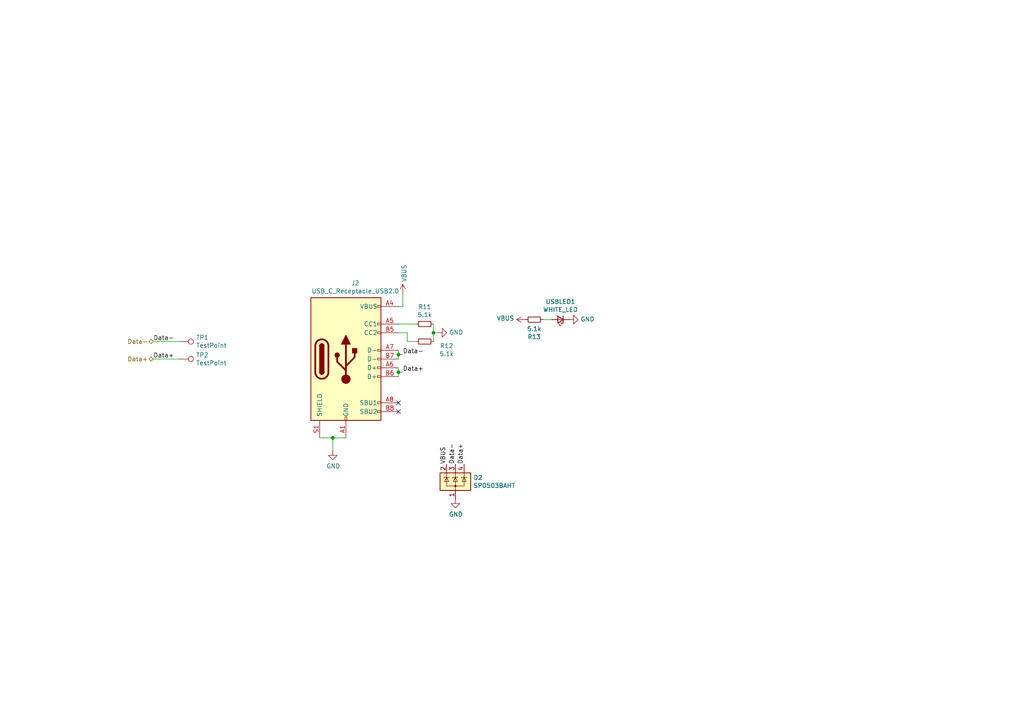
<source format=kicad_sch>
(kicad_sch (version 20230121) (generator eeschema)

  (uuid 922058ca-d09a-45fd-8394-05f3e2c1e03a)

  (paper "A4")

  (lib_symbols
    (symbol "Connector:TestPoint" (pin_numbers hide) (pin_names (offset 0.762) hide) (in_bom yes) (on_board yes)
      (property "Reference" "TP" (at 0 6.858 0)
        (effects (font (size 1.27 1.27)))
      )
      (property "Value" "TestPoint" (at 0 5.08 0)
        (effects (font (size 1.27 1.27)))
      )
      (property "Footprint" "" (at 5.08 0 0)
        (effects (font (size 1.27 1.27)) hide)
      )
      (property "Datasheet" "~" (at 5.08 0 0)
        (effects (font (size 1.27 1.27)) hide)
      )
      (property "ki_keywords" "test point tp" (at 0 0 0)
        (effects (font (size 1.27 1.27)) hide)
      )
      (property "ki_description" "test point" (at 0 0 0)
        (effects (font (size 1.27 1.27)) hide)
      )
      (property "ki_fp_filters" "Pin* Test*" (at 0 0 0)
        (effects (font (size 1.27 1.27)) hide)
      )
      (symbol "TestPoint_0_1"
        (circle (center 0 3.302) (radius 0.762)
          (stroke (width 0) (type default))
          (fill (type none))
        )
      )
      (symbol "TestPoint_1_1"
        (pin passive line (at 0 0 90) (length 2.54)
          (name "1" (effects (font (size 1.27 1.27))))
          (number "1" (effects (font (size 1.27 1.27))))
        )
      )
    )
    (symbol "Connector:USB_C_Receptacle_USB2.0" (pin_names (offset 1.016)) (in_bom yes) (on_board yes)
      (property "Reference" "J" (at -10.16 19.05 0)
        (effects (font (size 1.27 1.27)) (justify left))
      )
      (property "Value" "USB_C_Receptacle_USB2.0" (at 19.05 19.05 0)
        (effects (font (size 1.27 1.27)) (justify right))
      )
      (property "Footprint" "" (at 3.81 0 0)
        (effects (font (size 1.27 1.27)) hide)
      )
      (property "Datasheet" "https://www.usb.org/sites/default/files/documents/usb_type-c.zip" (at 3.81 0 0)
        (effects (font (size 1.27 1.27)) hide)
      )
      (property "ki_keywords" "usb universal serial bus type-C USB2.0" (at 0 0 0)
        (effects (font (size 1.27 1.27)) hide)
      )
      (property "ki_description" "USB 2.0-only Type-C Receptacle connector" (at 0 0 0)
        (effects (font (size 1.27 1.27)) hide)
      )
      (property "ki_fp_filters" "USB*C*Receptacle*" (at 0 0 0)
        (effects (font (size 1.27 1.27)) hide)
      )
      (symbol "USB_C_Receptacle_USB2.0_0_0"
        (rectangle (start -0.254 -17.78) (end 0.254 -16.764)
          (stroke (width 0) (type default))
          (fill (type none))
        )
        (rectangle (start 10.16 -14.986) (end 9.144 -15.494)
          (stroke (width 0) (type default))
          (fill (type none))
        )
        (rectangle (start 10.16 -12.446) (end 9.144 -12.954)
          (stroke (width 0) (type default))
          (fill (type none))
        )
        (rectangle (start 10.16 -4.826) (end 9.144 -5.334)
          (stroke (width 0) (type default))
          (fill (type none))
        )
        (rectangle (start 10.16 -2.286) (end 9.144 -2.794)
          (stroke (width 0) (type default))
          (fill (type none))
        )
        (rectangle (start 10.16 0.254) (end 9.144 -0.254)
          (stroke (width 0) (type default))
          (fill (type none))
        )
        (rectangle (start 10.16 2.794) (end 9.144 2.286)
          (stroke (width 0) (type default))
          (fill (type none))
        )
        (rectangle (start 10.16 7.874) (end 9.144 7.366)
          (stroke (width 0) (type default))
          (fill (type none))
        )
        (rectangle (start 10.16 10.414) (end 9.144 9.906)
          (stroke (width 0) (type default))
          (fill (type none))
        )
        (rectangle (start 10.16 15.494) (end 9.144 14.986)
          (stroke (width 0) (type default))
          (fill (type none))
        )
      )
      (symbol "USB_C_Receptacle_USB2.0_0_1"
        (rectangle (start -10.16 17.78) (end 10.16 -17.78)
          (stroke (width 0.254) (type default))
          (fill (type background))
        )
        (arc (start -8.89 -3.81) (mid -6.985 -5.7067) (end -5.08 -3.81)
          (stroke (width 0.508) (type default))
          (fill (type none))
        )
        (arc (start -7.62 -3.81) (mid -6.985 -4.4423) (end -6.35 -3.81)
          (stroke (width 0.254) (type default))
          (fill (type none))
        )
        (arc (start -7.62 -3.81) (mid -6.985 -4.4423) (end -6.35 -3.81)
          (stroke (width 0.254) (type default))
          (fill (type outline))
        )
        (rectangle (start -7.62 -3.81) (end -6.35 3.81)
          (stroke (width 0.254) (type default))
          (fill (type outline))
        )
        (arc (start -6.35 3.81) (mid -6.985 4.4423) (end -7.62 3.81)
          (stroke (width 0.254) (type default))
          (fill (type none))
        )
        (arc (start -6.35 3.81) (mid -6.985 4.4423) (end -7.62 3.81)
          (stroke (width 0.254) (type default))
          (fill (type outline))
        )
        (arc (start -5.08 3.81) (mid -6.985 5.7067) (end -8.89 3.81)
          (stroke (width 0.508) (type default))
          (fill (type none))
        )
        (circle (center -2.54 1.143) (radius 0.635)
          (stroke (width 0.254) (type default))
          (fill (type outline))
        )
        (circle (center 0 -5.842) (radius 1.27)
          (stroke (width 0) (type default))
          (fill (type outline))
        )
        (polyline
          (pts
            (xy -8.89 -3.81)
            (xy -8.89 3.81)
          )
          (stroke (width 0.508) (type default))
          (fill (type none))
        )
        (polyline
          (pts
            (xy -5.08 3.81)
            (xy -5.08 -3.81)
          )
          (stroke (width 0.508) (type default))
          (fill (type none))
        )
        (polyline
          (pts
            (xy 0 -5.842)
            (xy 0 4.318)
          )
          (stroke (width 0.508) (type default))
          (fill (type none))
        )
        (polyline
          (pts
            (xy 0 -3.302)
            (xy -2.54 -0.762)
            (xy -2.54 0.508)
          )
          (stroke (width 0.508) (type default))
          (fill (type none))
        )
        (polyline
          (pts
            (xy 0 -2.032)
            (xy 2.54 0.508)
            (xy 2.54 1.778)
          )
          (stroke (width 0.508) (type default))
          (fill (type none))
        )
        (polyline
          (pts
            (xy -1.27 4.318)
            (xy 0 6.858)
            (xy 1.27 4.318)
            (xy -1.27 4.318)
          )
          (stroke (width 0.254) (type default))
          (fill (type outline))
        )
        (rectangle (start 1.905 1.778) (end 3.175 3.048)
          (stroke (width 0.254) (type default))
          (fill (type outline))
        )
      )
      (symbol "USB_C_Receptacle_USB2.0_1_1"
        (pin passive line (at 0 -22.86 90) (length 5.08)
          (name "GND" (effects (font (size 1.27 1.27))))
          (number "A1" (effects (font (size 1.27 1.27))))
        )
        (pin passive line (at 0 -22.86 90) (length 5.08) hide
          (name "GND" (effects (font (size 1.27 1.27))))
          (number "A12" (effects (font (size 1.27 1.27))))
        )
        (pin passive line (at 15.24 15.24 180) (length 5.08)
          (name "VBUS" (effects (font (size 1.27 1.27))))
          (number "A4" (effects (font (size 1.27 1.27))))
        )
        (pin bidirectional line (at 15.24 10.16 180) (length 5.08)
          (name "CC1" (effects (font (size 1.27 1.27))))
          (number "A5" (effects (font (size 1.27 1.27))))
        )
        (pin bidirectional line (at 15.24 -2.54 180) (length 5.08)
          (name "D+" (effects (font (size 1.27 1.27))))
          (number "A6" (effects (font (size 1.27 1.27))))
        )
        (pin bidirectional line (at 15.24 2.54 180) (length 5.08)
          (name "D-" (effects (font (size 1.27 1.27))))
          (number "A7" (effects (font (size 1.27 1.27))))
        )
        (pin bidirectional line (at 15.24 -12.7 180) (length 5.08)
          (name "SBU1" (effects (font (size 1.27 1.27))))
          (number "A8" (effects (font (size 1.27 1.27))))
        )
        (pin passive line (at 15.24 15.24 180) (length 5.08) hide
          (name "VBUS" (effects (font (size 1.27 1.27))))
          (number "A9" (effects (font (size 1.27 1.27))))
        )
        (pin passive line (at 0 -22.86 90) (length 5.08) hide
          (name "GND" (effects (font (size 1.27 1.27))))
          (number "B1" (effects (font (size 1.27 1.27))))
        )
        (pin passive line (at 0 -22.86 90) (length 5.08) hide
          (name "GND" (effects (font (size 1.27 1.27))))
          (number "B12" (effects (font (size 1.27 1.27))))
        )
        (pin passive line (at 15.24 15.24 180) (length 5.08) hide
          (name "VBUS" (effects (font (size 1.27 1.27))))
          (number "B4" (effects (font (size 1.27 1.27))))
        )
        (pin bidirectional line (at 15.24 7.62 180) (length 5.08)
          (name "CC2" (effects (font (size 1.27 1.27))))
          (number "B5" (effects (font (size 1.27 1.27))))
        )
        (pin bidirectional line (at 15.24 -5.08 180) (length 5.08)
          (name "D+" (effects (font (size 1.27 1.27))))
          (number "B6" (effects (font (size 1.27 1.27))))
        )
        (pin bidirectional line (at 15.24 0 180) (length 5.08)
          (name "D-" (effects (font (size 1.27 1.27))))
          (number "B7" (effects (font (size 1.27 1.27))))
        )
        (pin bidirectional line (at 15.24 -15.24 180) (length 5.08)
          (name "SBU2" (effects (font (size 1.27 1.27))))
          (number "B8" (effects (font (size 1.27 1.27))))
        )
        (pin passive line (at 15.24 15.24 180) (length 5.08) hide
          (name "VBUS" (effects (font (size 1.27 1.27))))
          (number "B9" (effects (font (size 1.27 1.27))))
        )
        (pin passive line (at -7.62 -22.86 90) (length 5.08)
          (name "SHIELD" (effects (font (size 1.27 1.27))))
          (number "S1" (effects (font (size 1.27 1.27))))
        )
      )
    )
    (symbol "Device:LED_Small" (pin_numbers hide) (pin_names (offset 0.254) hide) (in_bom yes) (on_board yes)
      (property "Reference" "D" (at -1.27 3.175 0)
        (effects (font (size 1.27 1.27)) (justify left))
      )
      (property "Value" "LED_Small" (at -4.445 -2.54 0)
        (effects (font (size 1.27 1.27)) (justify left))
      )
      (property "Footprint" "" (at 0 0 90)
        (effects (font (size 1.27 1.27)) hide)
      )
      (property "Datasheet" "~" (at 0 0 90)
        (effects (font (size 1.27 1.27)) hide)
      )
      (property "ki_keywords" "LED diode light-emitting-diode" (at 0 0 0)
        (effects (font (size 1.27 1.27)) hide)
      )
      (property "ki_description" "Light emitting diode, small symbol" (at 0 0 0)
        (effects (font (size 1.27 1.27)) hide)
      )
      (property "ki_fp_filters" "LED* LED_SMD:* LED_THT:*" (at 0 0 0)
        (effects (font (size 1.27 1.27)) hide)
      )
      (symbol "LED_Small_0_1"
        (polyline
          (pts
            (xy -0.762 -1.016)
            (xy -0.762 1.016)
          )
          (stroke (width 0.254) (type default))
          (fill (type none))
        )
        (polyline
          (pts
            (xy 1.016 0)
            (xy -0.762 0)
          )
          (stroke (width 0) (type default))
          (fill (type none))
        )
        (polyline
          (pts
            (xy 0.762 -1.016)
            (xy -0.762 0)
            (xy 0.762 1.016)
            (xy 0.762 -1.016)
          )
          (stroke (width 0.254) (type default))
          (fill (type none))
        )
        (polyline
          (pts
            (xy 0 0.762)
            (xy -0.508 1.27)
            (xy -0.254 1.27)
            (xy -0.508 1.27)
            (xy -0.508 1.016)
          )
          (stroke (width 0) (type default))
          (fill (type none))
        )
        (polyline
          (pts
            (xy 0.508 1.27)
            (xy 0 1.778)
            (xy 0.254 1.778)
            (xy 0 1.778)
            (xy 0 1.524)
          )
          (stroke (width 0) (type default))
          (fill (type none))
        )
      )
      (symbol "LED_Small_1_1"
        (pin passive line (at -2.54 0 0) (length 1.778)
          (name "K" (effects (font (size 1.27 1.27))))
          (number "1" (effects (font (size 1.27 1.27))))
        )
        (pin passive line (at 2.54 0 180) (length 1.778)
          (name "A" (effects (font (size 1.27 1.27))))
          (number "2" (effects (font (size 1.27 1.27))))
        )
      )
    )
    (symbol "Device:R_Small" (pin_numbers hide) (pin_names (offset 0.254) hide) (in_bom yes) (on_board yes)
      (property "Reference" "R" (at 0.762 0.508 0)
        (effects (font (size 1.27 1.27)) (justify left))
      )
      (property "Value" "R_Small" (at 0.762 -1.016 0)
        (effects (font (size 1.27 1.27)) (justify left))
      )
      (property "Footprint" "" (at 0 0 0)
        (effects (font (size 1.27 1.27)) hide)
      )
      (property "Datasheet" "~" (at 0 0 0)
        (effects (font (size 1.27 1.27)) hide)
      )
      (property "ki_keywords" "R resistor" (at 0 0 0)
        (effects (font (size 1.27 1.27)) hide)
      )
      (property "ki_description" "Resistor, small symbol" (at 0 0 0)
        (effects (font (size 1.27 1.27)) hide)
      )
      (property "ki_fp_filters" "R_*" (at 0 0 0)
        (effects (font (size 1.27 1.27)) hide)
      )
      (symbol "R_Small_0_1"
        (rectangle (start -0.762 1.778) (end 0.762 -1.778)
          (stroke (width 0.2032) (type default))
          (fill (type none))
        )
      )
      (symbol "R_Small_1_1"
        (pin passive line (at 0 2.54 270) (length 0.762)
          (name "~" (effects (font (size 1.27 1.27))))
          (number "1" (effects (font (size 1.27 1.27))))
        )
        (pin passive line (at 0 -2.54 90) (length 0.762)
          (name "~" (effects (font (size 1.27 1.27))))
          (number "2" (effects (font (size 1.27 1.27))))
        )
      )
    )
    (symbol "Power_Protection:SP0503BAHT" (pin_names hide) (in_bom yes) (on_board yes)
      (property "Reference" "D" (at 5.715 2.54 0)
        (effects (font (size 1.27 1.27)) (justify left))
      )
      (property "Value" "SP0503BAHT" (at 5.715 0.635 0)
        (effects (font (size 1.27 1.27)) (justify left))
      )
      (property "Footprint" "Package_TO_SOT_SMD:SOT-143" (at 5.715 -1.27 0)
        (effects (font (size 1.27 1.27)) (justify left) hide)
      )
      (property "Datasheet" "http://www.littelfuse.com/~/media/files/littelfuse/technical%20resources/documents/data%20sheets/sp05xxba.pdf" (at 3.175 3.175 0)
        (effects (font (size 1.27 1.27)) hide)
      )
      (property "ki_keywords" "usb esd protection suppression transient" (at 0 0 0)
        (effects (font (size 1.27 1.27)) hide)
      )
      (property "ki_description" "TVS Diode Array, 5.5V Standoff, 3 Channels, SOT-143 package" (at 0 0 0)
        (effects (font (size 1.27 1.27)) hide)
      )
      (property "ki_fp_filters" "SOT?143*" (at 0 0 0)
        (effects (font (size 1.27 1.27)) hide)
      )
      (symbol "SP0503BAHT_0_0"
        (pin passive line (at 0 -5.08 90) (length 2.54)
          (name "A" (effects (font (size 1.27 1.27))))
          (number "1" (effects (font (size 1.27 1.27))))
        )
      )
      (symbol "SP0503BAHT_0_1"
        (rectangle (start -4.445 2.54) (end 4.445 -2.54)
          (stroke (width 0.254) (type default))
          (fill (type background))
        )
        (circle (center 0 -1.27) (radius 0.254)
          (stroke (width 0) (type default))
          (fill (type outline))
        )
        (polyline
          (pts
            (xy -2.54 2.54)
            (xy -2.54 1.27)
          )
          (stroke (width 0) (type default))
          (fill (type none))
        )
        (polyline
          (pts
            (xy 0 -1.27)
            (xy 0 -2.54)
          )
          (stroke (width 0) (type default))
          (fill (type none))
        )
        (polyline
          (pts
            (xy 0 -1.27)
            (xy 0 1.27)
          )
          (stroke (width 0) (type default))
          (fill (type none))
        )
        (polyline
          (pts
            (xy 0 2.54)
            (xy 0 1.27)
          )
          (stroke (width 0) (type default))
          (fill (type none))
        )
        (polyline
          (pts
            (xy 0.635 1.27)
            (xy 0.762 1.27)
          )
          (stroke (width 0) (type default))
          (fill (type none))
        )
        (polyline
          (pts
            (xy 2.54 2.54)
            (xy 2.54 1.27)
          )
          (stroke (width 0) (type default))
          (fill (type none))
        )
        (polyline
          (pts
            (xy 0.635 1.27)
            (xy -0.762 1.27)
            (xy -0.762 1.016)
          )
          (stroke (width 0) (type default))
          (fill (type none))
        )
        (polyline
          (pts
            (xy -3.302 1.016)
            (xy -3.302 1.27)
            (xy -1.905 1.27)
            (xy -1.778 1.27)
          )
          (stroke (width 0) (type default))
          (fill (type none))
        )
        (polyline
          (pts
            (xy -2.54 1.27)
            (xy -2.54 -1.27)
            (xy 2.54 -1.27)
            (xy 2.54 1.27)
          )
          (stroke (width 0) (type default))
          (fill (type none))
        )
        (polyline
          (pts
            (xy -2.54 1.27)
            (xy -1.905 0)
            (xy -3.175 0)
            (xy -2.54 1.27)
          )
          (stroke (width 0) (type default))
          (fill (type none))
        )
        (polyline
          (pts
            (xy 0.635 0)
            (xy -0.635 0)
            (xy 0 1.27)
            (xy 0.635 0)
          )
          (stroke (width 0) (type default))
          (fill (type none))
        )
        (polyline
          (pts
            (xy 1.778 1.016)
            (xy 1.778 1.27)
            (xy 3.175 1.27)
            (xy 3.302 1.27)
          )
          (stroke (width 0) (type default))
          (fill (type none))
        )
        (polyline
          (pts
            (xy 2.54 1.27)
            (xy 1.905 0)
            (xy 3.175 0)
            (xy 2.54 1.27)
          )
          (stroke (width 0) (type default))
          (fill (type none))
        )
      )
      (symbol "SP0503BAHT_1_1"
        (pin passive line (at -2.54 5.08 270) (length 2.54)
          (name "K" (effects (font (size 1.27 1.27))))
          (number "2" (effects (font (size 1.27 1.27))))
        )
        (pin passive line (at 0 5.08 270) (length 2.54)
          (name "K" (effects (font (size 1.27 1.27))))
          (number "3" (effects (font (size 1.27 1.27))))
        )
        (pin passive line (at 2.54 5.08 270) (length 2.54)
          (name "K" (effects (font (size 1.27 1.27))))
          (number "4" (effects (font (size 1.27 1.27))))
        )
      )
    )
    (symbol "power:GND" (power) (pin_names (offset 0)) (in_bom yes) (on_board yes)
      (property "Reference" "#PWR" (at 0 -6.35 0)
        (effects (font (size 1.27 1.27)) hide)
      )
      (property "Value" "GND" (at 0 -3.81 0)
        (effects (font (size 1.27 1.27)))
      )
      (property "Footprint" "" (at 0 0 0)
        (effects (font (size 1.27 1.27)) hide)
      )
      (property "Datasheet" "" (at 0 0 0)
        (effects (font (size 1.27 1.27)) hide)
      )
      (property "ki_keywords" "power-flag" (at 0 0 0)
        (effects (font (size 1.27 1.27)) hide)
      )
      (property "ki_description" "Power symbol creates a global label with name \"GND\" , ground" (at 0 0 0)
        (effects (font (size 1.27 1.27)) hide)
      )
      (symbol "GND_0_1"
        (polyline
          (pts
            (xy 0 0)
            (xy 0 -1.27)
            (xy 1.27 -1.27)
            (xy 0 -2.54)
            (xy -1.27 -1.27)
            (xy 0 -1.27)
          )
          (stroke (width 0) (type default))
          (fill (type none))
        )
      )
      (symbol "GND_1_1"
        (pin power_in line (at 0 0 270) (length 0) hide
          (name "GND" (effects (font (size 1.27 1.27))))
          (number "1" (effects (font (size 1.27 1.27))))
        )
      )
    )
    (symbol "power:VBUS" (power) (pin_names (offset 0)) (in_bom yes) (on_board yes)
      (property "Reference" "#PWR" (at 0 -3.81 0)
        (effects (font (size 1.27 1.27)) hide)
      )
      (property "Value" "VBUS" (at 0 3.81 0)
        (effects (font (size 1.27 1.27)))
      )
      (property "Footprint" "" (at 0 0 0)
        (effects (font (size 1.27 1.27)) hide)
      )
      (property "Datasheet" "" (at 0 0 0)
        (effects (font (size 1.27 1.27)) hide)
      )
      (property "ki_keywords" "power-flag" (at 0 0 0)
        (effects (font (size 1.27 1.27)) hide)
      )
      (property "ki_description" "Power symbol creates a global label with name \"VBUS\"" (at 0 0 0)
        (effects (font (size 1.27 1.27)) hide)
      )
      (symbol "VBUS_0_1"
        (polyline
          (pts
            (xy -0.762 1.27)
            (xy 0 2.54)
          )
          (stroke (width 0) (type default))
          (fill (type none))
        )
        (polyline
          (pts
            (xy 0 0)
            (xy 0 2.54)
          )
          (stroke (width 0) (type default))
          (fill (type none))
        )
        (polyline
          (pts
            (xy 0 2.54)
            (xy 0.762 1.27)
          )
          (stroke (width 0) (type default))
          (fill (type none))
        )
      )
      (symbol "VBUS_1_1"
        (pin power_in line (at 0 0 90) (length 0) hide
          (name "VBUS" (effects (font (size 1.27 1.27))))
          (number "1" (effects (font (size 1.27 1.27))))
        )
      )
    )
  )

  (junction (at 115.57 107.95) (diameter 0) (color 0 0 0 0)
    (uuid 03caada9-9e22-4e2d-9035-b15433dfbb17)
  )
  (junction (at 125.73 96.52) (diameter 0) (color 0 0 0 0)
    (uuid 0f54db53-a272-4955-88fb-d7ab00657bb0)
  )
  (junction (at 96.52 127) (diameter 0) (color 0 0 0 0)
    (uuid 6bfe5804-2ef9-4c65-b2a7-f01e4014370a)
  )
  (junction (at 115.57 102.87) (diameter 0) (color 0 0 0 0)
    (uuid 7e023245-2c2b-4e2b-bfb9-5d35176e88f2)
  )

  (no_connect (at 115.57 119.38) (uuid 45008225-f50f-4d6b-b508-6730a9408caf))
  (no_connect (at 115.57 116.84) (uuid a544eb0a-75db-4baf-bf54-9ca21744343b))

  (wire (pts (xy 115.57 96.52) (xy 118.11 96.52))
    (stroke (width 0) (type default))
    (uuid 003c2200-0632-4808-a662-8ddd5d30c768)
  )
  (wire (pts (xy 44.45 104.14) (xy 52.07 104.14))
    (stroke (width 0) (type default))
    (uuid 0e8f7fc0-2ef2-4b90-9c15-8a3a601ee459)
  )
  (wire (pts (xy 96.52 127) (xy 96.52 130.81))
    (stroke (width 0) (type default))
    (uuid 1d9cdadc-9036-4a95-b6db-fa7b3b74c869)
  )
  (wire (pts (xy 115.57 107.95) (xy 115.57 109.22))
    (stroke (width 0) (type default))
    (uuid 1f3003e6-dce5-420f-906b-3f1e92b67249)
  )
  (wire (pts (xy 118.11 96.52) (xy 118.11 99.06))
    (stroke (width 0) (type default))
    (uuid 240e07e1-770b-4b27-894f-29fd601c924d)
  )
  (wire (pts (xy 160.02 92.71) (xy 157.48 92.71))
    (stroke (width 0) (type default))
    (uuid 2e842263-c0ba-46fd-a760-6624d4c78278)
  )
  (wire (pts (xy 115.57 102.87) (xy 115.57 101.6))
    (stroke (width 0) (type default))
    (uuid 40165eda-4ba6-4565-9bb4-b9df6dbb08da)
  )
  (wire (pts (xy 115.57 102.87) (xy 116.84 102.87))
    (stroke (width 0) (type default))
    (uuid 4780a290-d25c-4459-9579-eba3f7678762)
  )
  (wire (pts (xy 116.84 85.09) (xy 116.84 88.9))
    (stroke (width 0) (type default))
    (uuid 4a21e717-d46d-4d9e-8b98-af4ecb02d3ec)
  )
  (wire (pts (xy 125.73 93.98) (xy 125.73 96.52))
    (stroke (width 0) (type default))
    (uuid 80094b70-85ab-4ff6-934b-60d5ee65023a)
  )
  (wire (pts (xy 92.71 127) (xy 96.52 127))
    (stroke (width 0) (type default))
    (uuid 8c6a821f-8e19-48f3-8f44-9b340f7689bc)
  )
  (wire (pts (xy 115.57 93.98) (xy 120.65 93.98))
    (stroke (width 0) (type default))
    (uuid b88717bd-086f-46cd-9d3f-0396009d0996)
  )
  (wire (pts (xy 125.73 99.06) (xy 125.73 96.52))
    (stroke (width 0) (type default))
    (uuid bfc0aadc-38cf-466e-a642-68fdc3138c78)
  )
  (wire (pts (xy 96.52 127) (xy 100.33 127))
    (stroke (width 0) (type default))
    (uuid c0eca5ed-bc5e-4618-9bcd-80945bea41ed)
  )
  (wire (pts (xy 125.73 96.52) (xy 127 96.52))
    (stroke (width 0) (type default))
    (uuid d4a1d3c4-b315-4bec-9220-d12a9eab51e0)
  )
  (wire (pts (xy 115.57 106.68) (xy 115.57 107.95))
    (stroke (width 0) (type default))
    (uuid d7269d2a-b8c0-422d-8f25-f79ea31bf75e)
  )
  (wire (pts (xy 115.57 104.14) (xy 115.57 102.87))
    (stroke (width 0) (type default))
    (uuid df68c26a-03b5-4466-aecf-ba34b7dce6b7)
  )
  (wire (pts (xy 115.57 107.95) (xy 116.84 107.95))
    (stroke (width 0) (type default))
    (uuid e8c50f1b-c316-4110-9cce-5c24c65a1eaa)
  )
  (wire (pts (xy 116.84 88.9) (xy 115.57 88.9))
    (stroke (width 0) (type default))
    (uuid ec31c074-17b2-48e1-ab01-071acad3fa04)
  )
  (wire (pts (xy 118.11 99.06) (xy 120.65 99.06))
    (stroke (width 0) (type default))
    (uuid f2c93195-af12-4d3e-acdf-bdd0ff675c24)
  )
  (wire (pts (xy 44.45 99.06) (xy 52.07 99.06))
    (stroke (width 0) (type default))
    (uuid feb26ecb-9193-46ea-a41b-d09305bf0a3e)
  )

  (label "Data+" (at 134.62 134.62 90) (fields_autoplaced)
    (effects (font (size 1.27 1.27)) (justify left bottom))
    (uuid 12422a89-3d0c-485c-9386-f77121fd68fd)
  )
  (label "VBUS" (at 129.54 134.62 90) (fields_autoplaced)
    (effects (font (size 1.27 1.27)) (justify left bottom))
    (uuid 1a6d2848-e78e-49fe-8978-e1890f07836f)
  )
  (label "Data+" (at 44.45 104.14 0) (fields_autoplaced)
    (effects (font (size 1.27 1.27)) (justify left bottom))
    (uuid 382ca670-6ae8-4de6-90f9-f241d1337171)
  )
  (label "Data-" (at 44.45 99.06 0) (fields_autoplaced)
    (effects (font (size 1.27 1.27)) (justify left bottom))
    (uuid 5cf2db29-f7ab-499a-9907-cdeba64bf0f3)
  )
  (label "Data-" (at 132.08 134.62 90) (fields_autoplaced)
    (effects (font (size 1.27 1.27)) (justify left bottom))
    (uuid 7d34f6b1-ab31-49be-b011-c67fe67a8a56)
  )
  (label "Data-" (at 116.84 102.87 0) (fields_autoplaced)
    (effects (font (size 1.27 1.27)) (justify left bottom))
    (uuid 8e06ba1f-e3ba-4eb9-a10e-887dffd566d6)
  )
  (label "Data+" (at 116.84 107.95 0) (fields_autoplaced)
    (effects (font (size 1.27 1.27)) (justify left bottom))
    (uuid babeabf2-f3b0-4ed5-8d9e-0215947e6cf3)
  )

  (hierarchical_label "Data-" (shape bidirectional) (at 44.45 99.06 180) (fields_autoplaced)
    (effects (font (size 1.27 1.27)) (justify right))
    (uuid 5e57427e-6497-4e72-9cee-528ed39f40d0)
  )
  (hierarchical_label "Data+" (shape bidirectional) (at 44.45 104.14 180) (fields_autoplaced)
    (effects (font (size 1.27 1.27)) (justify right))
    (uuid be93e0c8-bb26-4a74-81a2-7764bd37cad9)
  )

  (symbol (lib_id "power:GND") (at 127 96.52 90) (unit 1)
    (in_bom yes) (on_board yes) (dnp no)
    (uuid 00000000-0000-0000-0000-000061988bf8)
    (property "Reference" "#PWR031" (at 133.35 96.52 0)
      (effects (font (size 1.27 1.27)) hide)
    )
    (property "Value" "GND" (at 130.2512 96.393 90)
      (effects (font (size 1.27 1.27)) (justify right))
    )
    (property "Footprint" "" (at 127 96.52 0)
      (effects (font (size 1.27 1.27)) hide)
    )
    (property "Datasheet" "" (at 127 96.52 0)
      (effects (font (size 1.27 1.27)) hide)
    )
    (pin "1" (uuid 6802d67a-ee6e-45f4-b9c7-e19435a0f2f8))
    (instances
      (project "PETE"
        (path "/7db990e4-92e1-4f99-b4d2-435bbec1ba83/00000000-0000-0000-0000-000061925999"
          (reference "#PWR031") (unit 1)
        )
      )
    )
  )

  (symbol (lib_id "Device:R_Small") (at 123.19 99.06 270) (unit 1)
    (in_bom yes) (on_board yes) (dnp no)
    (uuid 00000000-0000-0000-0000-000061988c01)
    (property "Reference" "R12" (at 129.54 100.33 90)
      (effects (font (size 1.27 1.27)))
    )
    (property "Value" "5.1k" (at 129.54 102.6414 90)
      (effects (font (size 1.27 1.27)))
    )
    (property "Footprint" "Resistor_SMD:R_0402_1005Metric" (at 123.19 99.06 0)
      (effects (font (size 1.27 1.27)) hide)
    )
    (property "Datasheet" "~" (at 123.19 99.06 0)
      (effects (font (size 1.27 1.27)) hide)
    )
    (pin "1" (uuid a195a069-0faa-4981-91ff-f988ecfdd77e))
    (pin "2" (uuid bff175d8-2e40-4e60-8883-cfa3ac53a5f9))
    (instances
      (project "PETE"
        (path "/7db990e4-92e1-4f99-b4d2-435bbec1ba83/00000000-0000-0000-0000-000061925999"
          (reference "R12") (unit 1)
        )
      )
    )
  )

  (symbol (lib_id "Device:R_Small") (at 123.19 93.98 90) (unit 1)
    (in_bom yes) (on_board yes) (dnp no)
    (uuid 00000000-0000-0000-0000-000061988c0e)
    (property "Reference" "R11" (at 123.19 89.0016 90)
      (effects (font (size 1.27 1.27)))
    )
    (property "Value" "5.1k" (at 123.19 91.313 90)
      (effects (font (size 1.27 1.27)))
    )
    (property "Footprint" "Resistor_SMD:R_0402_1005Metric" (at 123.19 93.98 0)
      (effects (font (size 1.27 1.27)) hide)
    )
    (property "Datasheet" "~" (at 123.19 93.98 0)
      (effects (font (size 1.27 1.27)) hide)
    )
    (pin "1" (uuid bd5f556a-4125-4eb1-8fdd-d6ccdcc942e7))
    (pin "2" (uuid 03eee002-78af-410b-bdc3-31147203b477))
    (instances
      (project "PETE"
        (path "/7db990e4-92e1-4f99-b4d2-435bbec1ba83/00000000-0000-0000-0000-000061925999"
          (reference "R11") (unit 1)
        )
      )
    )
  )

  (symbol (lib_id "power:GND") (at 96.52 130.81 0) (unit 1)
    (in_bom yes) (on_board yes) (dnp no)
    (uuid 00000000-0000-0000-0000-000061988c18)
    (property "Reference" "#PWR029" (at 96.52 137.16 0)
      (effects (font (size 1.27 1.27)) hide)
    )
    (property "Value" "GND" (at 96.647 135.2042 0)
      (effects (font (size 1.27 1.27)))
    )
    (property "Footprint" "" (at 96.52 130.81 0)
      (effects (font (size 1.27 1.27)) hide)
    )
    (property "Datasheet" "" (at 96.52 130.81 0)
      (effects (font (size 1.27 1.27)) hide)
    )
    (pin "1" (uuid f6e4e2ae-07f3-455f-b6fc-3773751223c6))
    (instances
      (project "PETE"
        (path "/7db990e4-92e1-4f99-b4d2-435bbec1ba83/00000000-0000-0000-0000-000061925999"
          (reference "#PWR029") (unit 1)
        )
      )
    )
  )

  (symbol (lib_id "Connector:USB_C_Receptacle_USB2.0") (at 100.33 104.14 0) (unit 1)
    (in_bom yes) (on_board yes) (dnp no)
    (uuid 00000000-0000-0000-0000-000061988c49)
    (property "Reference" "J2" (at 103.0478 82.1182 0)
      (effects (font (size 1.27 1.27)))
    )
    (property "Value" "USB_C_Receptacle_USB2.0" (at 103.0478 84.4296 0)
      (effects (font (size 1.27 1.27)))
    )
    (property "Footprint" "Connector_USB:USB_C_Receptacle_Palconn_UTC16-G" (at 104.14 104.14 0)
      (effects (font (size 1.27 1.27)) hide)
    )
    (property "Datasheet" "https://www.usb.org/sites/default/files/documents/usb_type-c.zip" (at 104.14 104.14 0)
      (effects (font (size 1.27 1.27)) hide)
    )
    (pin "A1" (uuid 5da18ec0-5cb2-4256-a93a-97116d94ad32))
    (pin "A12" (uuid df436811-5448-4d74-95f6-1097f73f4bc0))
    (pin "A4" (uuid fef18650-dd11-4c05-9f58-3ffa4be45c86))
    (pin "A5" (uuid 8a70f7a2-410c-49ef-b503-8b1e1540fd24))
    (pin "A6" (uuid 6b38a2cb-3ee6-43f1-b68d-89417f55e93d))
    (pin "A7" (uuid 179297eb-b0e7-45fd-a287-ed66c1d54369))
    (pin "A8" (uuid 86d2ee54-3450-4762-9b5e-6f00874208ab))
    (pin "A9" (uuid 3ee40b9e-0c79-4da3-aac2-6772b878c7a1))
    (pin "B1" (uuid b17b9371-c308-4294-bc83-2336571086d8))
    (pin "B12" (uuid 05dfa5dc-1e0b-48cf-837a-6693f652862f))
    (pin "B4" (uuid 8ab80e85-892c-44f2-9372-db31da5605c7))
    (pin "B5" (uuid 4212f135-7601-4f04-8373-864367f18283))
    (pin "B6" (uuid 719eeed5-1e5a-4fe3-9e3b-cc0ac3ff134d))
    (pin "B7" (uuid e412952a-b3b1-4627-a2a7-eda652f1cf2f))
    (pin "B8" (uuid 101f6627-744c-4d06-a231-befd35fdcec4))
    (pin "B9" (uuid eb352eb8-26ef-4370-9852-1313b28e524f))
    (pin "S1" (uuid 7b836b8f-e2f7-4a02-aaea-5f5f23bb6c5e))
    (instances
      (project "PETE"
        (path "/7db990e4-92e1-4f99-b4d2-435bbec1ba83/00000000-0000-0000-0000-000061925999"
          (reference "J2") (unit 1)
        )
      )
    )
  )

  (symbol (lib_id "power:GND") (at 132.08 144.78 0) (unit 1)
    (in_bom yes) (on_board yes) (dnp no)
    (uuid 00000000-0000-0000-0000-000061988c86)
    (property "Reference" "#PWR032" (at 132.08 151.13 0)
      (effects (font (size 1.27 1.27)) hide)
    )
    (property "Value" "GND" (at 132.207 149.1742 0)
      (effects (font (size 1.27 1.27)))
    )
    (property "Footprint" "" (at 132.08 144.78 0)
      (effects (font (size 1.27 1.27)) hide)
    )
    (property "Datasheet" "" (at 132.08 144.78 0)
      (effects (font (size 1.27 1.27)) hide)
    )
    (pin "1" (uuid 5adfa564-011e-4a12-8859-deffc2a0e089))
    (instances
      (project "PETE"
        (path "/7db990e4-92e1-4f99-b4d2-435bbec1ba83/00000000-0000-0000-0000-000061925999"
          (reference "#PWR032") (unit 1)
        )
      )
    )
  )

  (symbol (lib_id "Power_Protection:SP0503BAHT") (at 132.08 139.7 0) (unit 1)
    (in_bom yes) (on_board yes) (dnp no)
    (uuid 00000000-0000-0000-0000-000061988c8c)
    (property "Reference" "D2" (at 137.287 138.5316 0)
      (effects (font (size 1.27 1.27)) (justify left))
    )
    (property "Value" "SP0503BAHT" (at 137.287 140.843 0)
      (effects (font (size 1.27 1.27)) (justify left))
    )
    (property "Footprint" "Package_TO_SOT_SMD:SOT-143" (at 137.795 140.97 0)
      (effects (font (size 1.27 1.27)) (justify left) hide)
    )
    (property "Datasheet" "http://www.littelfuse.com/~/media/files/littelfuse/technical%20resources/documents/data%20sheets/sp05xxba.pdf" (at 135.255 136.525 0)
      (effects (font (size 1.27 1.27)) hide)
    )
    (pin "1" (uuid b16ad922-69c7-4388-ba9b-9ae496370662))
    (pin "2" (uuid ea715aef-f1f5-4c34-b781-7c4bc7bf5f7a))
    (pin "3" (uuid 7af148fc-3a03-4951-af30-8468348243a1))
    (pin "4" (uuid e99c92ed-a3d1-4b5e-9be9-ad8c1c3e2068))
    (instances
      (project "PETE"
        (path "/7db990e4-92e1-4f99-b4d2-435bbec1ba83/00000000-0000-0000-0000-000061925999"
          (reference "D2") (unit 1)
        )
      )
    )
  )

  (symbol (lib_id "power:VBUS") (at 116.84 85.09 0) (unit 1)
    (in_bom yes) (on_board yes) (dnp no)
    (uuid 00000000-0000-0000-0000-000061a236c4)
    (property "Reference" "#PWR030" (at 116.84 88.9 0)
      (effects (font (size 1.27 1.27)) hide)
    )
    (property "Value" "VBUS" (at 117.221 81.8388 90)
      (effects (font (size 1.27 1.27)) (justify left))
    )
    (property "Footprint" "" (at 116.84 85.09 0)
      (effects (font (size 1.27 1.27)) hide)
    )
    (property "Datasheet" "" (at 116.84 85.09 0)
      (effects (font (size 1.27 1.27)) hide)
    )
    (pin "1" (uuid 9aa99eb0-7cee-4396-b81d-a9612075f311))
    (instances
      (project "PETE"
        (path "/7db990e4-92e1-4f99-b4d2-435bbec1ba83/00000000-0000-0000-0000-000061925999"
          (reference "#PWR030") (unit 1)
        )
      )
    )
  )

  (symbol (lib_id "Connector:TestPoint") (at 52.07 99.06 270) (unit 1)
    (in_bom yes) (on_board yes) (dnp no)
    (uuid 00000000-0000-0000-0000-000061ab7cb8)
    (property "Reference" "TP1" (at 56.8452 97.8916 90)
      (effects (font (size 1.27 1.27)) (justify left))
    )
    (property "Value" "TestPoint" (at 56.8452 100.203 90)
      (effects (font (size 1.27 1.27)) (justify left))
    )
    (property "Footprint" "TestPoint:TestPoint_Pad_D1.0mm" (at 52.07 104.14 0)
      (effects (font (size 1.27 1.27)) hide)
    )
    (property "Datasheet" "~" (at 52.07 104.14 0)
      (effects (font (size 1.27 1.27)) hide)
    )
    (pin "1" (uuid 7d1b7618-f8de-4b3d-aa8b-046586bd73a9))
    (instances
      (project "PETE"
        (path "/7db990e4-92e1-4f99-b4d2-435bbec1ba83/00000000-0000-0000-0000-000061925999"
          (reference "TP1") (unit 1)
        )
      )
    )
  )

  (symbol (lib_id "Connector:TestPoint") (at 52.07 104.14 270) (unit 1)
    (in_bom yes) (on_board yes) (dnp no)
    (uuid 00000000-0000-0000-0000-000061ab87f3)
    (property "Reference" "TP2" (at 56.8452 102.9716 90)
      (effects (font (size 1.27 1.27)) (justify left))
    )
    (property "Value" "TestPoint" (at 56.8452 105.283 90)
      (effects (font (size 1.27 1.27)) (justify left))
    )
    (property "Footprint" "TestPoint:TestPoint_Pad_D1.0mm" (at 52.07 109.22 0)
      (effects (font (size 1.27 1.27)) hide)
    )
    (property "Datasheet" "~" (at 52.07 109.22 0)
      (effects (font (size 1.27 1.27)) hide)
    )
    (pin "1" (uuid 0822c170-c52f-4a24-9f2e-dc0082caf2a3))
    (instances
      (project "PETE"
        (path "/7db990e4-92e1-4f99-b4d2-435bbec1ba83/00000000-0000-0000-0000-000061925999"
          (reference "TP2") (unit 1)
        )
      )
    )
  )

  (symbol (lib_id "Device:LED_Small") (at 162.56 92.71 180) (unit 1)
    (in_bom yes) (on_board yes) (dnp no)
    (uuid 00000000-0000-0000-0000-000061b104ea)
    (property "Reference" "USBLED1" (at 162.56 87.503 0)
      (effects (font (size 1.27 1.27)))
    )
    (property "Value" "WHITE_LED" (at 162.56 89.8144 0)
      (effects (font (size 1.27 1.27)))
    )
    (property "Footprint" "Resistor_SMD:R_0402_1005Metric" (at 162.56 92.71 90)
      (effects (font (size 1.27 1.27)) hide)
    )
    (property "Datasheet" "~" (at 162.56 92.71 90)
      (effects (font (size 1.27 1.27)) hide)
    )
    (pin "1" (uuid 20ca0658-c4e7-42ce-914a-2110088b99b1))
    (pin "2" (uuid cfddbd95-bad4-4676-b489-0166e48bd76e))
    (instances
      (project "PETE"
        (path "/7db990e4-92e1-4f99-b4d2-435bbec1ba83/00000000-0000-0000-0000-000061925999"
          (reference "USBLED1") (unit 1)
        )
      )
    )
  )

  (symbol (lib_id "Device:R_Small") (at 154.94 92.71 90) (unit 1)
    (in_bom yes) (on_board yes) (dnp no)
    (uuid 00000000-0000-0000-0000-000061b104f0)
    (property "Reference" "R13" (at 154.94 97.6884 90)
      (effects (font (size 1.27 1.27)))
    )
    (property "Value" "5.1k" (at 154.94 95.377 90)
      (effects (font (size 1.27 1.27)))
    )
    (property "Footprint" "Resistor_SMD:R_0402_1005Metric" (at 154.94 92.71 0)
      (effects (font (size 1.27 1.27)) hide)
    )
    (property "Datasheet" "~" (at 154.94 92.71 0)
      (effects (font (size 1.27 1.27)) hide)
    )
    (pin "1" (uuid 169e505d-4353-45cb-ac09-71767071f6da))
    (pin "2" (uuid 658fe9ab-a4e5-4dbe-b15c-2b71b08637ef))
    (instances
      (project "PETE"
        (path "/7db990e4-92e1-4f99-b4d2-435bbec1ba83/00000000-0000-0000-0000-000061925999"
          (reference "R13") (unit 1)
        )
      )
    )
  )

  (symbol (lib_id "power:GND") (at 165.1 92.71 90) (unit 1)
    (in_bom yes) (on_board yes) (dnp no)
    (uuid 00000000-0000-0000-0000-000061b11f2f)
    (property "Reference" "#PWR034" (at 171.45 92.71 0)
      (effects (font (size 1.27 1.27)) hide)
    )
    (property "Value" "GND" (at 168.3512 92.583 90)
      (effects (font (size 1.27 1.27)) (justify right))
    )
    (property "Footprint" "" (at 165.1 92.71 0)
      (effects (font (size 1.27 1.27)) hide)
    )
    (property "Datasheet" "" (at 165.1 92.71 0)
      (effects (font (size 1.27 1.27)) hide)
    )
    (pin "1" (uuid 7d7486ae-aeaa-4bbe-ab12-2142f8812c98))
    (instances
      (project "PETE"
        (path "/7db990e4-92e1-4f99-b4d2-435bbec1ba83/00000000-0000-0000-0000-000061925999"
          (reference "#PWR034") (unit 1)
        )
      )
    )
  )

  (symbol (lib_id "power:VBUS") (at 152.4 92.71 90) (unit 1)
    (in_bom yes) (on_board yes) (dnp no)
    (uuid 00000000-0000-0000-0000-000061b168a6)
    (property "Reference" "#PWR033" (at 156.21 92.71 0)
      (effects (font (size 1.27 1.27)) hide)
    )
    (property "Value" "VBUS" (at 149.1488 92.329 90)
      (effects (font (size 1.27 1.27)) (justify left))
    )
    (property "Footprint" "" (at 152.4 92.71 0)
      (effects (font (size 1.27 1.27)) hide)
    )
    (property "Datasheet" "" (at 152.4 92.71 0)
      (effects (font (size 1.27 1.27)) hide)
    )
    (pin "1" (uuid af236b67-2378-48e2-b559-027c97a398ae))
    (instances
      (project "PETE"
        (path "/7db990e4-92e1-4f99-b4d2-435bbec1ba83/00000000-0000-0000-0000-000061925999"
          (reference "#PWR033") (unit 1)
        )
      )
    )
  )
)

</source>
